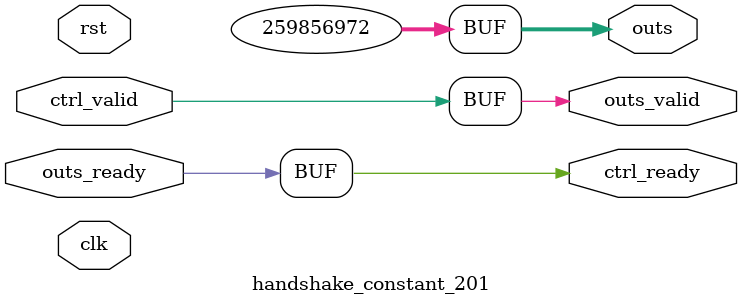
<source format=v>
`timescale 1ns / 1ps
module handshake_constant_201 #(
  parameter DATA_WIDTH = 32  // Default set to 32 bits
) (
  input                       clk,
  input                       rst,
  // Input Channel
  input                       ctrl_valid,
  output                      ctrl_ready,
  // Output Channel
  output [DATA_WIDTH - 1 : 0] outs,
  output                      outs_valid,
  input                       outs_ready
);
  assign outs       = 37'b0111000001111011111010001101001001100;
  assign outs_valid = ctrl_valid;
  assign ctrl_ready = outs_ready;

endmodule

</source>
